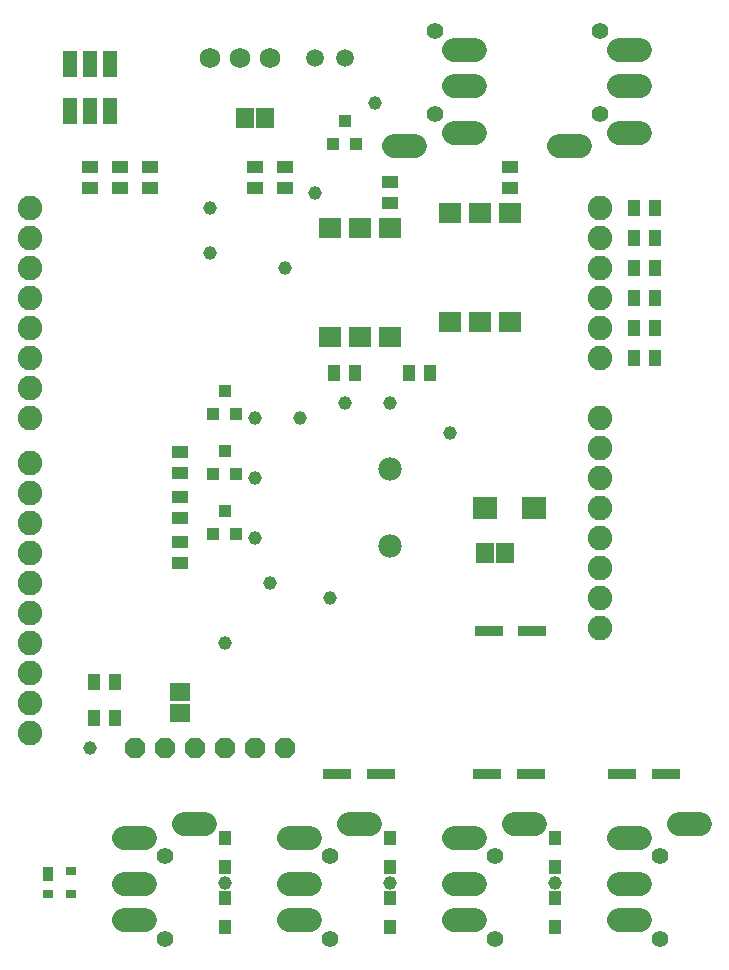
<source format=gts>
G75*
%MOIN*%
%OFA0B0*%
%FSLAX25Y25*%
%IPPOS*%
%LPD*%
%AMOC8*
5,1,8,0,0,1.08239X$1,22.5*
%
%ADD10R,0.05918X0.06706*%
%ADD11R,0.09461X0.03359*%
%ADD12R,0.06706X0.05918*%
%ADD13R,0.07887X0.07493*%
%ADD14C,0.05950*%
%ADD15C,0.08200*%
%ADD16C,0.06800*%
%ADD17OC8,0.06800*%
%ADD18R,0.05131X0.08674*%
%ADD19R,0.07808X0.06784*%
%ADD20R,0.05524X0.03950*%
%ADD21R,0.03950X0.05524*%
%ADD22C,0.05524*%
%ADD23C,0.07887*%
%ADD24R,0.03950X0.04343*%
%ADD25C,0.07800*%
%ADD26R,0.03556X0.04737*%
%ADD27R,0.03556X0.03162*%
%ADD28R,0.03950X0.04737*%
%ADD29C,0.04565*%
D10*
X0168254Y0162524D03*
X0174946Y0162524D03*
X0094946Y0307524D03*
X0088254Y0307524D03*
D11*
X0169620Y0136311D03*
X0184187Y0136311D03*
X0183687Y0088811D03*
X0169120Y0088811D03*
X0133687Y0088811D03*
X0119120Y0088811D03*
X0214120Y0088811D03*
X0228687Y0088811D03*
D12*
X0066600Y0109177D03*
X0066600Y0115870D03*
D13*
X0168529Y0177524D03*
X0184671Y0177524D03*
D14*
X0121600Y0327524D03*
X0111600Y0327524D03*
D15*
X0016600Y0277524D03*
X0016600Y0267524D03*
X0016600Y0257524D03*
X0016600Y0247524D03*
X0016600Y0237524D03*
X0016600Y0227524D03*
X0016600Y0217524D03*
X0016600Y0207524D03*
X0016600Y0192524D03*
X0016600Y0182524D03*
X0016600Y0172524D03*
X0016600Y0162524D03*
X0016600Y0152524D03*
X0016600Y0142524D03*
X0016600Y0132524D03*
X0016600Y0122524D03*
X0016600Y0112524D03*
X0016600Y0102524D03*
X0206600Y0137524D03*
X0206600Y0147524D03*
X0206600Y0157524D03*
X0206600Y0167524D03*
X0206600Y0177524D03*
X0206600Y0187524D03*
X0206600Y0197524D03*
X0206600Y0207524D03*
X0206600Y0227524D03*
X0206600Y0237524D03*
X0206600Y0247524D03*
X0206600Y0257524D03*
X0206600Y0267524D03*
X0206600Y0277524D03*
D16*
X0096600Y0327524D03*
X0086600Y0327524D03*
X0076600Y0327524D03*
D17*
X0071600Y0097524D03*
X0061600Y0097524D03*
X0051600Y0097524D03*
X0081600Y0097524D03*
X0091600Y0097524D03*
X0101600Y0097524D03*
D18*
X0043293Y0309650D03*
X0036600Y0309650D03*
X0029907Y0309650D03*
X0029907Y0325398D03*
X0036600Y0325398D03*
X0043293Y0325398D03*
D19*
X0116600Y0270811D03*
X0126600Y0270811D03*
X0136600Y0270811D03*
X0156600Y0275811D03*
X0166600Y0275811D03*
X0176600Y0275811D03*
X0176600Y0239236D03*
X0166600Y0239236D03*
X0156600Y0239236D03*
X0136600Y0234236D03*
X0126600Y0234236D03*
X0116600Y0234236D03*
D20*
X0136600Y0278980D03*
X0136600Y0286067D03*
X0101600Y0283980D03*
X0101600Y0291067D03*
X0091600Y0291067D03*
X0091600Y0283980D03*
X0056600Y0283980D03*
X0056600Y0291067D03*
X0046600Y0291067D03*
X0046600Y0283980D03*
X0036600Y0283980D03*
X0036600Y0291067D03*
X0066600Y0196067D03*
X0066600Y0188980D03*
X0066600Y0181067D03*
X0066600Y0173980D03*
X0066600Y0166067D03*
X0066600Y0158980D03*
X0176600Y0283980D03*
X0176600Y0291067D03*
D21*
X0218057Y0277524D03*
X0218057Y0267524D03*
X0225143Y0267524D03*
X0225143Y0277524D03*
X0225143Y0257524D03*
X0218057Y0257524D03*
X0218057Y0247524D03*
X0225143Y0247524D03*
X0225143Y0237524D03*
X0218057Y0237524D03*
X0218057Y0227524D03*
X0225143Y0227524D03*
X0150143Y0222524D03*
X0143057Y0222524D03*
X0125143Y0222524D03*
X0118057Y0222524D03*
X0045143Y0119524D03*
X0038057Y0119524D03*
X0038057Y0107524D03*
X0045143Y0107524D03*
D22*
X0061600Y0061382D03*
X0061600Y0033823D03*
X0116600Y0033823D03*
X0116600Y0061382D03*
X0171600Y0061382D03*
X0171600Y0033823D03*
X0226600Y0033823D03*
X0226600Y0061382D03*
X0206600Y0308665D03*
X0206600Y0336224D03*
X0151600Y0336224D03*
X0151600Y0308665D03*
D23*
X0158057Y0302524D02*
X0165143Y0302524D01*
X0165143Y0318149D02*
X0158057Y0318149D01*
X0158057Y0330024D02*
X0165143Y0330024D01*
X0145143Y0298149D02*
X0138057Y0298149D01*
X0193057Y0298149D02*
X0200143Y0298149D01*
X0213057Y0302524D02*
X0220143Y0302524D01*
X0220143Y0318149D02*
X0213057Y0318149D01*
X0213057Y0330024D02*
X0220143Y0330024D01*
X0233057Y0071899D02*
X0240143Y0071899D01*
X0220143Y0067524D02*
X0213057Y0067524D01*
X0213057Y0051899D02*
X0220143Y0051899D01*
X0220143Y0040024D02*
X0213057Y0040024D01*
X0185143Y0071899D02*
X0178057Y0071899D01*
X0165143Y0067524D02*
X0158057Y0067524D01*
X0158057Y0051899D02*
X0165143Y0051899D01*
X0165143Y0040024D02*
X0158057Y0040024D01*
X0130143Y0071899D02*
X0123057Y0071899D01*
X0110143Y0067524D02*
X0103057Y0067524D01*
X0103057Y0051899D02*
X0110143Y0051899D01*
X0110143Y0040024D02*
X0103057Y0040024D01*
X0075143Y0071899D02*
X0068057Y0071899D01*
X0055143Y0067524D02*
X0048057Y0067524D01*
X0048057Y0051899D02*
X0055143Y0051899D01*
X0055143Y0040024D02*
X0048057Y0040024D01*
D24*
X0077860Y0168587D03*
X0085340Y0168587D03*
X0081600Y0176461D03*
X0077860Y0188587D03*
X0081600Y0196461D03*
X0085340Y0188587D03*
X0085340Y0208587D03*
X0081600Y0216461D03*
X0077860Y0208587D03*
X0117860Y0298587D03*
X0125340Y0298587D03*
X0121600Y0306461D03*
D25*
X0136600Y0190319D03*
X0136600Y0164728D03*
D26*
X0022663Y0055476D03*
D27*
X0022663Y0048783D03*
X0030537Y0048783D03*
X0030537Y0056264D03*
D28*
X0081600Y0057799D03*
X0081600Y0067248D03*
X0081600Y0047248D03*
X0081600Y0037799D03*
X0136600Y0037799D03*
X0136600Y0047248D03*
X0136600Y0057799D03*
X0136600Y0067248D03*
X0191600Y0067248D03*
X0191600Y0057799D03*
X0191600Y0047248D03*
X0191600Y0037799D03*
D29*
X0191600Y0052524D03*
X0136600Y0052524D03*
X0081600Y0052524D03*
X0036600Y0097524D03*
X0081600Y0132524D03*
X0096600Y0152524D03*
X0091600Y0167524D03*
X0091600Y0187524D03*
X0091600Y0207524D03*
X0106600Y0207524D03*
X0121600Y0212524D03*
X0136600Y0212524D03*
X0156600Y0202524D03*
X0116600Y0147524D03*
X0101600Y0257524D03*
X0111600Y0282524D03*
X0131600Y0312524D03*
X0076600Y0277524D03*
X0076600Y0262524D03*
M02*

</source>
